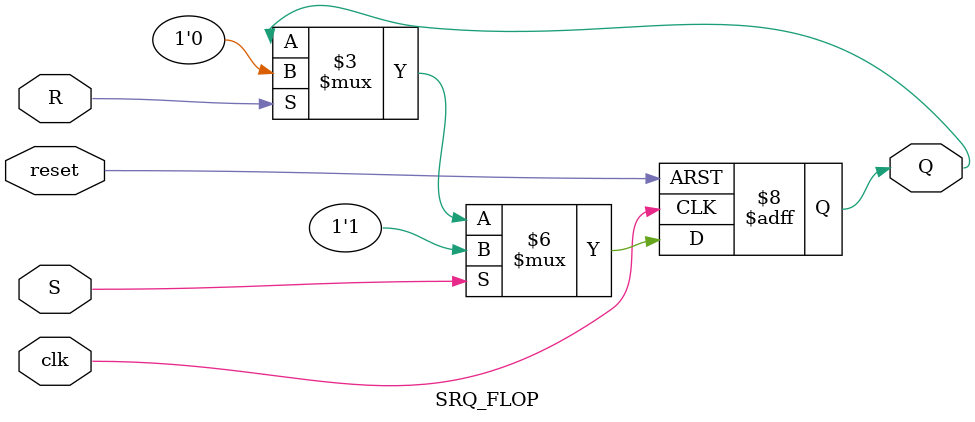
<source format=v>
`timescale 1ns / 1ps
module SRQ_FLOP(clk, reset,S, R, Q);
input      clk, reset, S, R; 
output reg Q; 

always @ (posedge clk, posedge reset)
	if      (reset) Q <= 1'b1;
    else if (S)  	Q <= 1'b1;
    else if (R)	    Q <= 1'b0;
    else    		Q <=    Q; 

endmodule


</source>
